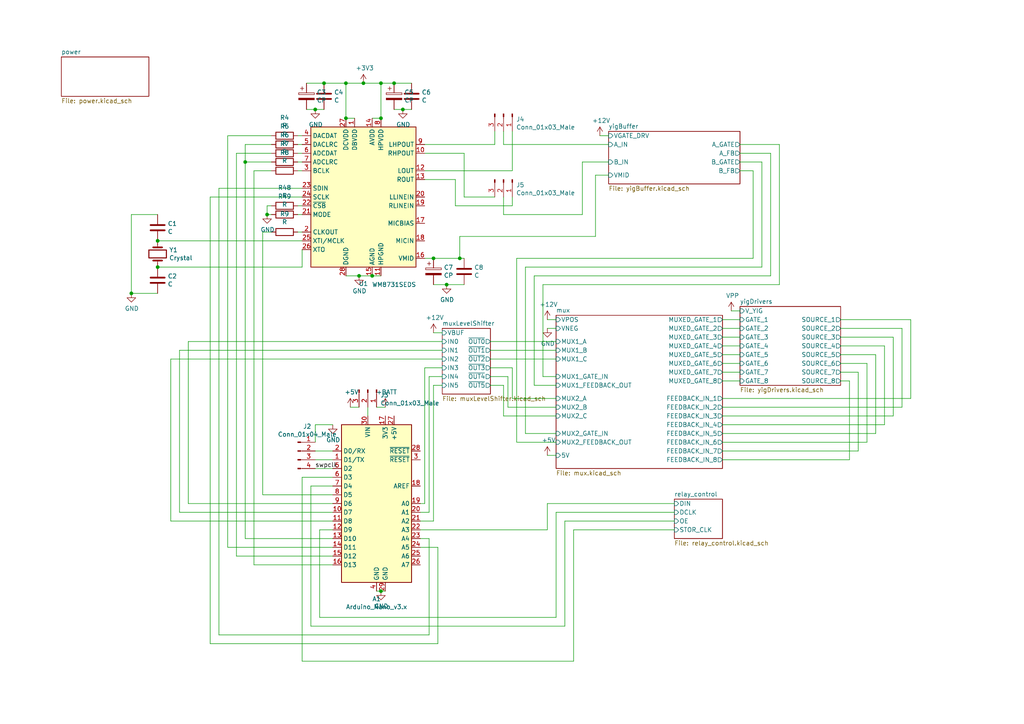
<source format=kicad_sch>
(kicad_sch (version 20230121) (generator eeschema)
  (paper "A4")
  (lib_symbols
    (symbol "Audio:WM8731SEDS"
      (property "Reference" "U" (at -13.97 21.59 0))
      (property "Value" "WM8731SEDS" (at 0 5.08 0))
      (symbol "WM8731SEDS_0_1"
        (rectangle (start -15.24 20.32) (end 15.24 -20.32) (stroke (width 0.254)) (fill (type background)))
      )
      (symbol "WM8731SEDS_1_1"
        (pin power_in line (at -2.54 22.86 270) (length 2.54) (name "DBVDD") (number "1"))
        (pin output line (at 17.78 12.7 180) (length 2.54) (name "RHPOUT") (number "10"))
        (pin power_in line (at 5.08 -22.86 90) (length 2.54) (name "HPGND") (number "11"))
        (pin output line (at 17.78 7.62 180) (length 2.54) (name "LOUT") (number "12"))
        (pin output line (at 17.78 5.08 180) (length 2.54) (name "ROUT") (number "13"))
        (pin power_in line (at 2.54 22.86 270) (length 2.54) (name "AVDD") (number "14"))
        (pin power_in line (at 2.54 -22.86 90) (length 2.54) (name "AGND") (number "15"))
        (pin passive line (at 17.78 -17.78 180) (length 2.54) (name "VMID") (number "16"))
        (pin output line (at 17.78 -7.62 180) (length 2.54) (name "MICBIAS") (number "17"))
        (pin input line (at 17.78 -12.7 180) (length 2.54) (name "MICIN") (number "18"))
        (pin input line (at 17.78 -2.54 180) (length 2.54) (name "RLINEIN") (number "19"))
        (pin output line (at -17.78 -10.16 0) (length 2.54) (name "CLKOUT") (number "2"))
        (pin input line (at 17.78 0 180) (length 2.54) (name "LLINEIN") (number "20"))
        (pin input line (at -17.78 -5.08 0) (length 2.54) (name "MODE") (number "21"))
        (pin input line (at -17.78 -2.54 0) (length 2.54) (name "~{CSB}") (number "22"))
        (pin bidirectional line (at -17.78 2.54 0) (length 2.54) (name "SDIN") (number "23"))
        (pin input line (at -17.78 0 0) (length 2.54) (name "SCLK") (number "24"))
        (pin input line (at -17.78 -12.7 0) (length 2.54) (name "XTI/MCLK") (number "25"))
        (pin output line (at -17.78 -15.24 0) (length 2.54) (name "XTO") (number "26"))
        (pin power_in line (at -5.08 22.86 270) (length 2.54) (name "DCVDD") (number "27"))
        (pin power_in line (at -5.08 -22.86 90) (length 2.54) (name "DGND") (number "28"))
        (pin bidirectional line (at -17.78 7.62 0) (length 2.54) (name "BCLK") (number "3"))
        (pin input line (at -17.78 17.78 0) (length 2.54) (name "DACDAT") (number "4"))
        (pin bidirectional line (at -17.78 15.24 0) (length 2.54) (name "DACLRC") (number "5"))
        (pin output line (at -17.78 12.7 0) (length 2.54) (name "ADCDAT") (number "6"))
        (pin bidirectional line (at -17.78 10.16 0) (length 2.54) (name "ADCLRC") (number "7"))
        (pin power_in line (at 5.08 22.86 270) (length 2.54) (name "HPVDD") (number "8"))
        (pin output line (at 17.78 15.24 180) (length 2.54) (name "LHPOUT") (number "9"))
      )
    )
    (symbol "Device:C" (pin_numbers hide) (pin_names (offset 0.254))
      (property "Reference" "C" (at 0.635 2.54 0))
      (property "Value" "C" (at 0.635 -2.54 0))
      (symbol "C_0_1"
        (polyline (pts (xy -2.032 -0.762) (xy 2.032 -0.762)) (stroke (width 0.508)))
        (polyline (pts (xy -2.032 0.762) (xy 2.032 0.762)) (stroke (width 0.508)))
      )
      (symbol "C_1_1"
        (pin passive line (at 0 3.81 270) (length 2.794) (name "~") (number "1"))
        (pin passive line (at 0 -3.81 90) (length 2.794) (name "~") (number "2"))
      )
    )
    (symbol "Device:Crystal" (pin_numbers hide) (pin_names (offset 1.016) hide)
      (property "Reference" "Y" (at 0 3.81 0))
      (property "Value" "Crystal" (at 0 -3.81 0))
      (symbol "Crystal_0_1"
        (rectangle (start -1.143 2.54) (end 1.143 -2.54) (stroke (width 0.3048)))
        (polyline (pts (xy -2.54 0) (xy -1.905 0)))
        (polyline (pts (xy -1.905 -1.27) (xy -1.905 1.27)) (stroke (width 0.508)))
        (polyline (pts (xy 1.905 -1.27) (xy 1.905 1.27)) (stroke (width 0.508)))
        (polyline (pts (xy 2.54 0) (xy 1.905 0)))
      )
      (symbol "Crystal_1_1"
        (pin passive line (at -3.81 0 0) (length 1.27) (name "1") (number "1"))
        (pin passive line (at 3.81 0 180) (length 1.27) (name "2") (number "2"))
      )
    )
    (symbol "Device:R" (pin_numbers hide) (pin_names (offset 0))
      (property "Reference" "R" (at 2.032 0 90))
      (property "Value" "R" (at 0 0 90))
      (symbol "R_0_1"
        (rectangle (start -1.016 -2.54) (end 1.016 2.54) (stroke (width 0.254)))
      )
      (symbol "R_1_1"
        (pin passive line (at 0 3.81 270) (length 1.27) (name "~") (number "1"))
        (pin passive line (at 0 -3.81 90) (length 1.27) (name "~") (number "2"))
      )
    )
    (symbol "MCU_Module:Arduino_Nano_v3.x"
      (property "Reference" "A" (at -10.16 23.495 0))
      (property "Value" "Arduino_Nano_v3.x" (at 5.08 -24.13 0))
      (symbol "Arduino_Nano_v3.x_0_1"
        (rectangle (start -10.16 22.86) (end 10.16 -22.86) (stroke (width 0.254)) (fill (type background)))
      )
      (symbol "Arduino_Nano_v3.x_1_1"
        (pin bidirectional line (at -12.7 12.7 0) (length 2.54) (name "D1/TX") (number "1"))
        (pin bidirectional line (at -12.7 -2.54 0) (length 2.54) (name "D7") (number "10"))
        (pin bidirectional line (at -12.7 -5.08 0) (length 2.54) (name "D8") (number "11"))
        (pin bidirectional line (at -12.7 -7.62 0) (length 2.54) (name "D9") (number "12"))
        (pin bidirectional line (at -12.7 -10.16 0) (length 2.54) (name "D10") (number "13"))
        (pin bidirectional line (at -12.7 -12.7 0) (length 2.54) (name "D11") (number "14"))
        (pin bidirectional line (at -12.7 -15.24 0) (length 2.54) (name "D12") (number "15"))
        (pin bidirectional line (at -12.7 -17.78 0) (length 2.54) (name "D13") (number "16"))
        (pin power_out line (at 2.54 25.4 270) (length 2.54) (name "3V3") (number "17"))
        (pin input line (at 12.7 5.08 180) (length 2.54) (name "AREF") (number "18"))
        (pin bidirectional line (at 12.7 0 180) (length 2.54) (name "A0") (number "19"))
        (pin bidirectional line (at -12.7 15.24 0) (length 2.54) (name "D0/RX") (number "2"))
        (pin bidirectional line (at 12.7 -2.54 180) (length 2.54) (name "A1") (number "20"))
        (pin bidirectional line (at 12.7 -5.08 180) (length 2.54) (name "A2") (number "21"))
        (pin bidirectional line (at 12.7 -7.62 180) (length 2.54) (name "A3") (number "22"))
        (pin bidirectional line (at 12.7 -10.16 180) (length 2.54) (name "A4") (number "23"))
        (pin bidirectional line (at 12.7 -12.7 180) (length 2.54) (name "A5") (number "24"))
        (pin bidirectional line (at 12.7 -15.24 180) (length 2.54) (name "A6") (number "25"))
        (pin bidirectional line (at 12.7 -17.78 180) (length 2.54) (name "A7") (number "26"))
        (pin power_out line (at 5.08 25.4 270) (length 2.54) (name "+5V") (number "27"))
        (pin input line (at 12.7 15.24 180) (length 2.54) (name "~{RESET}") (number "28"))
        (pin power_in line (at 2.54 -25.4 90) (length 2.54) (name "GND") (number "29"))
        (pin input line (at 12.7 12.7 180) (length 2.54) (name "~{RESET}") (number "3"))
        (pin power_in line (at -2.54 25.4 270) (length 2.54) (name "VIN") (number "30"))
        (pin power_in line (at 0 -25.4 90) (length 2.54) (name "GND") (number "4"))
        (pin bidirectional line (at -12.7 10.16 0) (length 2.54) (name "D2") (number "5"))
        (pin bidirectional line (at -12.7 7.62 0) (length 2.54) (name "D3") (number "6"))
        (pin bidirectional line (at -12.7 5.08 0) (length 2.54) (name "D4") (number "7"))
        (pin bidirectional line (at -12.7 2.54 0) (length 2.54) (name "D5") (number "8"))
        (pin bidirectional line (at -12.7 0 0) (length 2.54) (name "D6") (number "9"))
      )
    )
    (symbol "power:+12V" (power) (pin_names (offset 0))
      (property "Value" "+12V" (at 0 3.556 0))
      (symbol "+12V_0_1"
        (polyline (pts (xy -0.762 1.27) (xy 0 2.54)))
        (polyline (pts (xy 0 0) (xy 0 2.54)))
        (polyline (pts (xy 0 2.54) (xy 0.762 1.27)))
      )
      (symbol "+12V_1_1"
        (pin power_in line (at 0 0 90) (length 0) hide (name "+12V") (number "1"))
      )
    )
    (symbol "power:+5V" (power) (pin_names (offset 0))
      (property "Value" "+5V" (at 0 3.556 0))
      (symbol "+5V_0_1"
        (polyline (pts (xy -0.762 1.27) (xy 0 2.54)))
        (polyline (pts (xy 0 0) (xy 0 2.54)))
        (polyline (pts (xy 0 2.54) (xy 0.762 1.27)))
      )
      (symbol "+5V_1_1"
        (pin power_in line (at 0 0 90) (length 0) hide (name "+5V") (number "1"))
      )
    )
    (symbol "power:+BATT" (power) (pin_names (offset 0))
      (property "Value" "+BATT" (at 0 3.556 0))
      (symbol "+BATT_0_1"
        (polyline (pts (xy -0.762 1.27) (xy 0 2.54)))
        (polyline (pts (xy 0 0) (xy 0 2.54)))
        (polyline (pts (xy 0 2.54) (xy 0.762 1.27)))
      )
      (symbol "+BATT_1_1"
        (pin power_in line (at 0 0 90) (length 0) hide (name "+BATT") (number "1"))
      )
    )
    (symbol "power:GND" (power) (pin_names (offset 0))
      (property "Value" "GND" (at 0 -3.81 0))
      (symbol "GND_0_1"
        (polyline (pts (xy 0 0) (xy 0 -1.27) (xy 1.27 -1.27) (xy 0 -2.54) (xy -1.27 -1.27) (xy 0 -1.27)))
      )
      (symbol "GND_1_1"
        (pin power_in line (at 0 0 270) (length 0) hide (name "GND") (number "1"))
      )
    )
    (symbol "power:VPP" (power) (pin_names (offset 0))
      (property "Value" "VPP" (at 0 3.81 0))
      (symbol "VPP_0_1"
        (polyline (pts (xy -0.762 1.27) (xy 0 2.54)))
        (polyline (pts (xy 0 0) (xy 0 2.54)))
        (polyline (pts (xy 0 2.54) (xy 0.762 1.27)))
      )
      (symbol "VPP_1_1"
        (pin power_in line (at 0 0 90) (length 0) hide (name "VPP") (number "1"))
      )
    )
    (symbol "yigController-rescue:+3.3V-power" (power) (pin_names (offset 0))
      (property "Value" "+3.3V-power" (at 0 3.556 0))
      (symbol "+3.3V-power_0_1"
        (polyline (pts (xy -0.762 1.27) (xy 0 2.54)))
        (polyline (pts (xy 0 0) (xy 0 2.54)))
        (polyline (pts (xy 0 2.54) (xy 0.762 1.27)))
      )
      (symbol "+3.3V-power_1_1"
        (pin power_in line (at 0 0 90) (length 0) hide (name "+3V3") (number "1"))
      )
    )
    (symbol "yigController-rescue:CP-Device" (pin_numbers hide) (pin_names (offset 0.254))
      (property "Reference" "C" (at 0.635 2.54 0))
      (property "Value" "Device_CP" (at 0.635 -2.54 0))
      (symbol "CP-Device_0_1"
        (rectangle (start -2.286 0.508) (end 2.286 1.016))
        (polyline (pts (xy -1.778 2.286) (xy -0.762 2.286)))
        (polyline (pts (xy -1.27 2.794) (xy -1.27 1.778)))
        (rectangle (start 2.286 -0.508) (end -2.286 -1.016) (fill (type outline)))
      )
      (symbol "CP-Device_1_1"
        (pin passive line (at 0 3.81 270) (length 2.794) (name "~") (number "1"))
        (pin passive line (at 0 -3.81 90) (length 2.794) (name "~") (number "2"))
      )
    )
    (symbol "yigController-rescue:Conn_01x03_Male-Connector" (pin_names (offset 1.016) hide)
      (property "Reference" "J" (at 0 5.08 0))
      (property "Value" "Connector_Conn_01x03_Male" (at 0 -5.08 0))
      (symbol "Conn_01x03_Male-Connector_1_1"
        (polyline (pts (xy 1.27 -2.54) (xy 0.8636 -2.54)) (stroke (width 0.1524)))
        (polyline (pts (xy 1.27 0) (xy 0.8636 0)) (stroke (width 0.1524)))
        (polyline (pts (xy 1.27 2.54) (xy 0.8636 2.54)) (stroke (width 0.1524)))
        (rectangle (start 0.8636 -2.413) (end 0 -2.667) (stroke (width 0.1524)) (fill (type outline)))
        (rectangle (start 0.8636 0.127) (end 0 -0.127) (stroke (width 0.1524)) (fill (type outline)))
        (rectangle (start 0.8636 2.667) (end 0 2.413) (stroke (width 0.1524)) (fill (type outline)))
        (pin passive line (at 5.08 2.54 180) (length 3.81) (name "Pin_1") (number "1"))
        (pin passive line (at 5.08 0 180) (length 3.81) (name "Pin_2") (number "2"))
        (pin passive line (at 5.08 -2.54 180) (length 3.81) (name "Pin_3") (number "3"))
      )
    )
    (symbol "yigController-rescue:Conn_01x04_Male-Connector" (pin_names (offset 1.016) hide)
      (property "Reference" "J" (at 0 5.08 0))
      (property "Value" "Connector_Conn_01x04_Male" (at 0 -7.62 0))
      (symbol "Conn_01x04_Male-Connector_1_1"
        (polyline (pts (xy 1.27 -5.08) (xy 0.8636 -5.08)) (stroke (width 0.1524)))
        (polyline (pts (xy 1.27 -2.54) (xy 0.8636 -2.54)) (stroke (width 0.1524)))
        (polyline (pts (xy 1.27 0) (xy 0.8636 0)) (stroke (width 0.1524)))
        (polyline (pts (xy 1.27 2.54) (xy 0.8636 2.54)) (stroke (width 0.1524)))
        (rectangle (start 0.8636 -4.953) (end 0 -5.207) (stroke (width 0.1524)) (fill (type outline)))
        (rectangle (start 0.8636 -2.413) (end 0 -2.667) (stroke (width 0.1524)) (fill (type outline)))
        (rectangle (start 0.8636 0.127) (end 0 -0.127) (stroke (width 0.1524)) (fill (type outline)))
        (rectangle (start 0.8636 2.667) (end 0 2.413) (stroke (width 0.1524)) (fill (type outline)))
        (pin passive line (at 5.08 2.54 180) (length 3.81) (name "Pin_1") (number "1"))
        (pin passive line (at 5.08 0 180) (length 3.81) (name "Pin_2") (number "2"))
        (pin passive line (at 5.08 -2.54 180) (length 3.81) (name "Pin_3") (number "3"))
        (pin passive line (at 5.08 -5.08 180) (length 3.81) (name "Pin_4") (number "4"))
      )
    )
  )
  (junction (at 125.73 74.93))
  (junction (at 107.95 80.01))
  (junction (at 105.41 24.13))
  (junction (at 133.35 74.93))
  (junction (at 110.49 34.29))
  (junction (at 45.72 77.47))
  (junction (at 116.84 31.75))
  (junction (at 91.44 31.75))
  (junction (at 129.54 82.55))
  (junction (at 110.49 171.45))
  (junction (at 45.72 69.85))
  (junction (at 104.14 80.01))
  (junction (at 93.98 24.13))
  (junction (at 114.3 24.13))
  (junction (at 110.49 24.13))
  (junction (at 71.12 46.99))
  (junction (at 38.1 85.09))
  (junction (at 100.33 34.29))
  (junction (at 100.33 24.13))
  (junction (at 77.47 62.23))
  (wire (pts (xy 90.17 140.97) (xy 90.17 181.61)))
  (wire (pts (xy 121.92 146.05) (xy 123.19 146.05)))
  (wire (pts (xy 148.59 57.15) (xy 148.59 59.69)))
  (wire (pts (xy 114.3 24.13) (xy 110.49 24.13)))
  (wire (pts (xy 121.92 148.59) (xy 124.46 148.59)))
  (wire (pts (xy 149.86 74.93) (xy 149.86 128.27)))
  (wire (pts (xy 148.59 115.57) (xy 148.59 106.68)))
  (wire (pts (xy 124.46 156.21) (xy 124.46 184.15)))
  (wire (pts (xy 152.4 77.47) (xy 220.98 77.47)))
  (wire (pts (xy 214.63 90.17) (xy 212.09 90.17)))
  (wire (pts (xy 158.75 132.08) (xy 161.29 132.08)))
  (wire (pts (xy 100.33 24.13) (xy 100.33 34.29)))
  (wire (pts (xy 161.29 148.59) (xy 195.58 148.59)))
  (wire (pts (xy 87.63 62.23) (xy 86.36 62.23)))
  (wire (pts (xy 45.72 69.85) (xy 87.63 69.85)))
  (wire (pts (xy 209.55 107.95) (xy 214.63 107.95)))
  (wire (pts (xy 166.37 191.77) (xy 166.37 153.67)))
  (wire (pts (xy 166.37 153.67) (xy 195.58 153.67)))
  (wire (pts (xy 161.29 92.71) (xy 158.75 92.71)))
  (wire (pts (xy 91.44 128.27) (xy 91.44 123.19)))
  (wire (pts (xy 107.95 34.29) (xy 110.49 34.29)))
  (wire (pts (xy 134.62 57.15) (xy 134.62 44.45)))
  (wire (pts (xy 87.63 59.69) (xy 86.36 59.69)))
  (wire (pts (xy 209.55 115.57) (xy 264.16 115.57)))
  (wire (pts (xy 121.92 156.21) (xy 124.46 156.21)))
  (wire (pts (xy 209.55 128.27) (xy 251.46 128.27)))
  (wire (pts (xy 78.74 44.45) (xy 68.58 44.45)))
  (wire (pts (xy 78.74 49.53) (xy 73.66 49.53)))
  (wire (pts (xy 147.32 118.11) (xy 161.29 118.11)))
  (wire (pts (xy 106.68 118.11) (xy 106.68 120.65)))
  (wire (pts (xy 124.46 148.59) (xy 124.46 109.22)))
  (wire (pts (xy 172.72 68.58) (xy 133.35 68.58)))
  (wire (pts (xy 134.62 74.93) (xy 133.35 74.93)))
  (wire (pts (xy 91.44 31.75) (xy 88.9 31.75)))
  (wire (pts (xy 78.74 62.23) (xy 77.47 62.23)))
  (wire (pts (xy 168.91 46.99) (xy 176.53 46.99)))
  (wire (pts (xy 161.29 120.65) (xy 146.05 120.65)))
  (wire (pts (xy 214.63 41.91) (xy 226.06 41.91)))
  (wire (pts (xy 259.08 120.65) (xy 259.08 97.79)))
  (wire (pts (xy 142.24 109.22) (xy 147.32 109.22)))
  (wire (pts (xy 157.48 109.22) (xy 161.29 109.22)))
  (wire (pts (xy 87.63 49.53) (xy 86.36 49.53)))
  (wire (pts (xy 218.44 49.53) (xy 214.63 49.53)))
  (wire (pts (xy 87.63 57.15) (xy 60.96 57.15)))
  (wire (pts (xy 146.05 62.23) (xy 168.91 62.23)))
  (wire (pts (xy 87.63 44.45) (xy 86.36 44.45)))
  (wire (pts (xy 148.59 38.1) (xy 148.59 49.53)))
  (wire (pts (xy 45.72 62.23) (xy 38.1 62.23)))
  (wire (pts (xy 88.9 24.13) (xy 93.98 24.13)))
  (wire (pts (xy 158.75 146.05) (xy 195.58 146.05)))
  (wire (pts (xy 214.63 44.45) (xy 223.52 44.45)))
  (wire (pts (xy 220.98 46.99) (xy 220.98 77.47)))
  (wire (pts (xy 261.62 95.25) (xy 243.84 95.25)))
  (wire (pts (xy 123.19 106.68) (xy 128.27 106.68)))
  (wire (pts (xy 105.41 24.13) (xy 100.33 24.13)))
  (wire (pts (xy 261.62 118.11) (xy 261.62 95.25)))
  (wire (pts (xy 38.1 62.23) (xy 38.1 85.09)))
  (wire (pts (xy 218.44 74.93) (xy 218.44 49.53)))
  (wire (pts (xy 133.35 74.93) (xy 125.73 74.93)))
  (wire (pts (xy 110.49 24.13) (xy 110.49 34.29)))
  (wire (pts (xy 209.55 120.65) (xy 259.08 120.65)))
  (wire (pts (xy 100.33 24.13) (xy 93.98 24.13)))
  (wire (pts (xy 92.71 179.07) (xy 161.29 179.07)))
  (wire (pts (xy 142.24 99.06) (xy 161.29 99.06)))
  (wire (pts (xy 246.38 133.35) (xy 209.55 133.35)))
  (wire (pts (xy 226.06 82.55) (xy 157.48 82.55)))
  (wire (pts (xy 264.16 115.57) (xy 264.16 92.71)))
  (wire (pts (xy 161.29 115.57) (xy 148.59 115.57)))
  (wire (pts (xy 63.5 184.15) (xy 63.5 54.61)))
  (wire (pts (xy 96.52 140.97) (xy 90.17 140.97)))
  (wire (pts (xy 246.38 110.49) (xy 246.38 133.35)))
  (wire (pts (xy 146.05 41.91) (xy 176.53 41.91)))
  (wire (pts (xy 121.92 153.67) (xy 158.75 153.67)))
  (wire (pts (xy 149.86 128.27) (xy 161.29 128.27)))
  (wire (pts (xy 71.12 156.21) (xy 96.52 156.21)))
  (wire (pts (xy 124.46 184.15) (xy 63.5 184.15)))
  (wire (pts (xy 214.63 46.99) (xy 220.98 46.99)))
  (wire (pts (xy 147.32 109.22) (xy 147.32 118.11)))
  (wire (pts (xy 54.61 146.05) (xy 54.61 99.06)))
  (wire (pts (xy 52.07 148.59) (xy 52.07 101.6)))
  (wire (pts (xy 87.63 46.99) (xy 86.36 46.99)))
  (wire (pts (xy 71.12 46.99) (xy 71.12 156.21)))
  (wire (pts (xy 78.74 39.37) (xy 66.04 39.37)))
  (wire (pts (xy 125.73 151.13) (xy 125.73 111.76)))
  (wire (pts (xy 243.84 110.49) (xy 246.38 110.49)))
  (wire (pts (xy 76.2 143.51) (xy 96.52 143.51)))
  (wire (pts (xy 60.96 57.15) (xy 60.96 186.69)))
  (wire (pts (xy 87.63 67.31) (xy 86.36 67.31)))
  (wire (pts (xy 134.62 44.45) (xy 123.19 44.45)))
  (wire (pts (xy 109.22 171.45) (xy 110.49 171.45)))
  (wire (pts (xy 143.51 41.91) (xy 123.19 41.91)))
  (wire (pts (xy 161.29 179.07) (xy 161.29 148.59)))
  (wire (pts (xy 133.35 68.58) (xy 133.35 74.93)))
  (wire (pts (xy 143.51 38.1) (xy 143.51 41.91)))
  (wire (pts (xy 49.53 151.13) (xy 49.53 104.14)))
  (wire (pts (xy 96.52 133.35) (xy 91.44 133.35)))
  (wire (pts (xy 77.47 62.23) (xy 77.47 59.69)))
  (wire (pts (xy 104.14 118.11) (xy 101.6 118.11)))
  (wire (pts (xy 148.59 49.53) (xy 123.19 49.53)))
  (wire (pts (xy 125.73 74.93) (xy 123.19 74.93)))
  (wire (pts (xy 38.1 85.09) (xy 45.72 85.09)))
  (wire (pts (xy 209.55 123.19) (xy 256.54 123.19)))
  (wire (pts (xy 71.12 41.91) (xy 71.12 46.99)))
  (wire (pts (xy 154.94 111.76) (xy 161.29 111.76)))
  (wire (pts (xy 109.22 118.11) (xy 111.76 118.11)))
  (wire (pts (xy 127 186.69) (xy 127 158.75)))
  (wire (pts (xy 146.05 111.76) (xy 142.24 111.76)))
  (wire (pts (xy 176.53 50.8) (xy 172.72 50.8)))
  (wire (pts (xy 63.5 54.61) (xy 87.63 54.61)))
  (wire (pts (xy 256.54 100.33) (xy 243.84 100.33)))
  (wire (pts (xy 96.52 151.13) (xy 49.53 151.13)))
  (wire (pts (xy 209.55 125.73) (xy 254 125.73)))
  (wire (pts (xy 209.55 100.33) (xy 214.63 100.33)))
  (wire (pts (xy 256.54 123.19) (xy 256.54 100.33)))
  (wire (pts (xy 163.83 151.13) (xy 195.58 151.13)))
  (wire (pts (xy 76.2 67.31) (xy 76.2 143.51)))
  (wire (pts (xy 121.92 151.13) (xy 125.73 151.13)))
  (wire (pts (xy 142.24 101.6) (xy 161.29 101.6)))
  (wire (pts (xy 66.04 158.75) (xy 96.52 158.75)))
  (wire (pts (xy 49.53 104.14) (xy 128.27 104.14)))
  (wire (pts (xy 248.92 107.95) (xy 243.84 107.95)))
  (wire (pts (xy 132.08 59.69) (xy 132.08 52.07)))
  (wire (pts (xy 154.94 80.01) (xy 154.94 111.76)))
  (wire (pts (xy 45.72 77.47) (xy 87.63 77.47)))
  (wire (pts (xy 157.48 82.55) (xy 157.48 109.22)))
  (wire (pts (xy 125.73 82.55) (xy 129.54 82.55)))
  (wire (pts (xy 146.05 57.15) (xy 146.05 62.23)))
  (wire (pts (xy 71.12 46.99) (xy 78.74 46.99)))
  (wire (pts (xy 209.55 105.41) (xy 214.63 105.41)))
  (wire (pts (xy 87.63 138.43) (xy 87.63 191.77)))
  (wire (pts (xy 96.52 146.05) (xy 54.61 146.05)))
  (wire (pts (xy 91.44 123.19) (xy 96.52 123.19)))
  (wire (pts (xy 146.05 120.65) (xy 146.05 111.76)))
  (wire (pts (xy 96.52 138.43) (xy 87.63 138.43)))
  (wire (pts (xy 93.98 31.75) (xy 91.44 31.75)))
  (wire (pts (xy 68.58 161.29) (xy 96.52 161.29)))
  (wire (pts (xy 87.63 191.77) (xy 166.37 191.77)))
  (wire (pts (xy 125.73 111.76) (xy 128.27 111.76)))
  (wire (pts (xy 143.51 57.15) (xy 134.62 57.15)))
  (wire (pts (xy 254 102.87) (xy 243.84 102.87)))
  (wire (pts (xy 209.55 118.11) (xy 261.62 118.11)))
  (wire (pts (xy 251.46 128.27) (xy 251.46 105.41)))
  (wire (pts (xy 68.58 44.45) (xy 68.58 161.29)))
  (wire (pts (xy 123.19 146.05) (xy 123.19 106.68)))
  (wire (pts (xy 96.52 130.81) (xy 91.44 130.81)))
  (wire (pts (xy 172.72 50.8) (xy 172.72 68.58)))
  (wire (pts (xy 73.66 49.53) (xy 73.66 163.83)))
  (wire (pts (xy 176.53 39.37) (xy 173.99 39.37)))
  (wire (pts (xy 254 125.73) (xy 254 102.87)))
  (wire (pts (xy 132.08 52.07) (xy 123.19 52.07)))
  (wire (pts (xy 146.05 38.1) (xy 146.05 41.91)))
  (wire (pts (xy 87.63 39.37) (xy 86.36 39.37)))
  (wire (pts (xy 209.55 92.71) (xy 214.63 92.71)))
  (wire (pts (xy 104.14 80.01) (xy 107.95 80.01)))
  (wire (pts (xy 149.86 74.93) (xy 218.44 74.93)))
  (wire (pts (xy 226.06 41.91) (xy 226.06 82.55)))
  (wire (pts (xy 223.52 44.45) (xy 223.52 80.01)))
  (wire (pts (xy 96.52 153.67) (xy 92.71 153.67)))
  (wire (pts (xy 110.49 24.13) (xy 105.41 24.13)))
  (wire (pts (xy 209.55 97.79) (xy 214.63 97.79)))
  (wire (pts (xy 158.75 153.67) (xy 158.75 146.05)))
  (wire (pts (xy 214.63 110.49) (xy 209.55 110.49)))
  (wire (pts (xy 248.92 130.81) (xy 248.92 107.95)))
  (wire (pts (xy 209.55 130.81) (xy 248.92 130.81)))
  (wire (pts (xy 54.61 99.06) (xy 128.27 99.06)))
  (wire (pts (xy 127 158.75) (xy 121.92 158.75)))
  (wire (pts (xy 209.55 102.87) (xy 214.63 102.87)))
  (wire (pts (xy 259.08 97.79) (xy 243.84 97.79)))
  (wire (pts (xy 129.54 82.55) (xy 134.62 82.55)))
  (wire (pts (xy 116.84 31.75) (xy 119.38 31.75)))
  (wire (pts (xy 114.3 24.13) (xy 119.38 24.13)))
  (wire (pts (xy 87.63 72.39) (xy 87.63 77.47)))
  (wire (pts (xy 87.63 41.91) (xy 86.36 41.91)))
  (wire (pts (xy 110.49 171.45) (xy 111.76 171.45)))
  (wire (pts (xy 107.95 80.01) (xy 110.49 80.01)))
  (wire (pts (xy 114.3 31.75) (xy 116.84 31.75)))
  (wire (pts (xy 209.55 95.25) (xy 214.63 95.25)))
  (wire (pts (xy 168.91 62.23) (xy 168.91 46.99)))
  (wire (pts (xy 161.29 95.25) (xy 158.75 95.25)))
  (wire (pts (xy 52.07 101.6) (xy 128.27 101.6)))
  (wire (pts (xy 124.46 109.22) (xy 128.27 109.22)))
  (wire (pts (xy 148.59 59.69) (xy 132.08 59.69)))
  (wire (pts (xy 78.74 41.91) (xy 71.12 41.91)))
  (wire (pts (xy 154.94 80.01) (xy 223.52 80.01)))
  (wire (pts (xy 96.52 148.59) (xy 52.07 148.59)))
  (wire (pts (xy 78.74 67.31) (xy 76.2 67.31)))
  (wire (pts (xy 264.16 92.71) (xy 243.84 92.71)))
  (wire (pts (xy 100.33 80.01) (xy 104.14 80.01)))
  (wire (pts (xy 90.17 181.61) (xy 163.83 181.61)))
  (wire (pts (xy 152.4 77.47) (xy 152.4 125.73)))
  (wire (pts (xy 163.83 181.61) (xy 163.83 151.13)))
  (wire (pts (xy 60.96 186.69) (xy 127 186.69)))
  (wire (pts (xy 128.27 96.52) (xy 125.73 96.52)))
  (wire (pts (xy 148.59 106.68) (xy 142.24 106.68)))
  (wire (pts (xy 92.71 153.67) (xy 92.71 179.07)))
  (wire (pts (xy 66.04 39.37) (xy 66.04 158.75)))
  (wire (pts (xy 152.4 125.73) (xy 161.29 125.73)))
  (wire (pts (xy 77.47 59.69) (xy 78.74 59.69)))
  (wire (pts (xy 142.24 104.14) (xy 161.29 104.14)))
  (wire (pts (xy 73.66 163.83) (xy 96.52 163.83)))
  (wire (pts (xy 100.33 34.29) (xy 102.87 34.29)))
  (wire (pts (xy 251.46 105.41) (xy 243.84 105.41)))
  (wire (pts (xy 96.52 135.89) (xy 91.44 135.89)))
  (label "swpclk" (at 91.44 135.89 0))
  (symbol (lib_id "Audio:WM8731SEDS") (at 105.41 57.15 0) (unit 1)
    (property "Reference" "U1" (at 105.41 82.2706 0))
    (property "Value" "WM8731SEDS" (at 114.3 82.55 0))
    (property "Footprint" "Package_SO:SSOP-28_5.3x10.2mm_P0.65mm" (effects hide))
    (property "Datasheet" "https://statics.cirrus.com/pubs/proDatasheet/WM8731_v4.9.pdf" (effects hide))
  )
  (symbol (lib_id "MCU_Module:Arduino_Nano_v3.x") (at 109.22 146.05 0) (unit 1)
    (property "Reference" "A1" (at 109.22 173.7106 0))
    (property "Value" "Arduino_Nano_v3.x" (at 109.22 176.022 0))
    (property "Footprint" "Module:Arduino_Nano" (effects hide))
    (property "Datasheet" "http://www.mouser.com/pdfdocs/Gravitech_Arduino_Nano3_0.pdf" (effects hide))
  )
  (symbol (lib_id "Device:R") (at 82.55 39.37 270) (unit 1)
    (property "Reference" "R4" (at 82.55 34.1122 90))
    (property "Value" "R" (at 82.55 36.4236 90))
    (property "Footprint" "Resistor_SMD:R_1206_3216Metric" (effects hide))
  )
  (symbol (lib_id "Device:R") (at 82.55 41.91 270) (unit 1)
    (property "Reference" "R5" (at 82.55 36.6522 90))
    (property "Value" "R" (at 82.55 38.9636 90))
    (property "Footprint" "Resistor_SMD:R_1206_3216Metric" (effects hide))
  )
  (symbol (lib_id "Device:R") (at 82.55 44.45 270) (unit 1)
    (property "Reference" "R6" (at 82.55 39.1922 90))
    (property "Value" "R" (at 82.55 41.5036 90))
    (property "Footprint" "Resistor_SMD:R_1206_3216Metric" (effects hide))
  )
  (symbol (lib_id "Device:R") (at 82.55 46.99 270) (unit 1)
    (property "Reference" "R7" (at 82.55 41.7322 90))
    (property "Value" "R" (at 82.55 44.0436 90))
    (property "Footprint" "Resistor_SMD:R_1206_3216Metric" (effects hide))
  )
  (symbol (lib_id "Device:R") (at 82.55 49.53 270) (unit 1)
    (property "Reference" "R8" (at 82.55 44.2722 90))
    (property "Value" "R" (at 82.55 46.5836 90))
    (property "Footprint" "Resistor_SMD:R_1206_3216Metric" (effects hide))
  )
  (symbol (lib_id "Device:R") (at 82.55 67.31 270) (unit 1)
    (property "Reference" "R9" (at 82.55 62.0522 90))
    (property "Value" "R" (at 82.55 64.3636 90))
    (property "Footprint" "Resistor_SMD:R_1206_3216Metric" (effects hide))
  )
  (symbol (lib_id "power:GND") (at 110.49 171.45 0) (unit 1)
    (property "Reference" "#PWR0105" (effects hide))
    (property "Value" "GND" (at 110.617 175.8442 0))
  )
  (symbol (lib_id "power:GND") (at 104.14 80.01 0) (unit 1)
    (property "Reference" "#PWR0106" (effects hide))
    (property "Value" "GND" (at 104.267 84.4042 0))
  )
  (symbol (lib_id "yigController-rescue:CP-Device") (at 125.73 78.74 0) (unit 1)
    (property "Reference" "C7" (at 128.7272 77.5716 0) (effects (justify left)))
    (property "Value" "CP" (at 128.7272 79.883 0) (effects (justify left)))
    (property "Footprint" "Capacitor_SMD:C_1206_3216Metric" (effects hide))
  )
  (symbol (lib_id "Device:C") (at 134.62 78.74 0) (unit 1)
    (property "Reference" "C8" (at 137.541 77.5716 0) (effects (justify left)))
    (property "Value" "C" (at 137.541 79.883 0) (effects (justify left)))
    (property "Footprint" "Capacitor_SMD:C_1206_3216Metric" (effects hide))
  )
  (symbol (lib_id "power:GND") (at 129.54 82.55 0) (unit 1)
    (property "Reference" "#PWR0107" (effects hide))
    (property "Value" "GND" (at 129.667 86.9442 0))
  )
  (symbol (lib_id "yigController-rescue:Conn_01x03_Male-Connector") (at 106.68 113.03 270) (unit 1)
    (property "Reference" "J3" (at 110.3376 114.6048 90) (effects (justify left)))
    (property "Value" "Conn_01x03_Male" (at 110.3376 116.9162 90) (effects (justify left)))
    (property "Footprint" "Connector_PinHeader_2.54mm:PinHeader_1x03_P2.54mm_Vertical" (effects hide))
  )
  (symbol (lib_id "power:+5V") (at 101.6 118.11 0) (unit 1)
    (property "Reference" "#PWR0108" (effects hide))
    (property "Value" "+5V" (at 101.981 113.7158 0))
  )
  (symbol (lib_id "power:+BATT") (at 111.76 118.11 0) (unit 1)
    (property "Reference" "#PWR0109" (effects hide))
    (property "Value" "+BATT" (at 112.141 113.7158 0))
  )
  (symbol (lib_id "Device:C") (at 93.98 27.94 0) (unit 1)
    (property "Reference" "C4" (at 96.901 26.7716 0) (effects (justify left)))
    (property "Value" "C" (at 96.901 29.083 0) (effects (justify left)))
    (property "Footprint" "Capacitor_SMD:C_1206_3216Metric" (effects hide))
  )
  (symbol (lib_id "yigController-rescue:CP-Device") (at 88.9 27.94 0) (unit 1)
    (property "Reference" "C3" (at 91.8972 26.7716 0) (effects (justify left)))
    (property "Value" "CP" (at 91.8972 29.083 0) (effects (justify left)))
    (property "Footprint" "Capacitor_SMD:C_1206_3216Metric" (effects hide))
  )
  (symbol (lib_id "Device:C") (at 119.38 27.94 0) (unit 1)
    (property "Reference" "C6" (at 122.301 26.7716 0) (effects (justify left)))
    (property "Value" "C" (at 122.301 29.083 0) (effects (justify left)))
    (property "Footprint" "Capacitor_SMD:C_1206_3216Metric" (effects hide))
  )
  (symbol (lib_id "yigController-rescue:CP-Device") (at 114.3 27.94 0) (unit 1)
    (property "Reference" "C5" (at 117.2972 26.7716 0) (effects (justify left)))
    (property "Value" "CP" (at 117.2972 29.083 0) (effects (justify left)))
    (property "Footprint" "Capacitor_SMD:C_1206_3216Metric" (effects hide))
  )
  (symbol (lib_id "yigController-rescue:+3.3V-power") (at 105.41 24.13 0) (unit 1)
    (property "Reference" "#PWR0110" (effects hide))
    (property "Value" "+3.3V" (at 105.791 19.7358 0))
  )
  (symbol (lib_id "yigController-rescue:Conn_01x03_Male-Connector") (at 146.05 33.02 270) (unit 1)
    (property "Reference" "J4" (at 149.7076 34.5948 90) (effects (justify left)))
    (property "Value" "Conn_01x03_Male" (at 149.7076 36.9062 90) (effects (justify left)))
    (property "Footprint" "Connector_PinHeader_2.54mm:PinHeader_1x03_P2.54mm_Vertical" (effects hide))
  )
  (symbol (lib_id "yigController-rescue:Conn_01x03_Male-Connector") (at 146.05 52.07 270) (unit 1)
    (property "Reference" "J5" (at 149.7076 53.6448 90) (effects (justify left)))
    (property "Value" "Conn_01x03_Male" (at 149.7076 55.9562 90) (effects (justify left)))
    (property "Footprint" "Connector_PinHeader_2.54mm:PinHeader_1x03_P2.54mm_Vertical" (effects hide))
  )
  (symbol (lib_id "yigController-rescue:Conn_01x04_Male-Connector") (at 86.36 130.81 0) (unit 1)
    (property "Reference" "J2" (at 89.1032 123.6726 0))
    (property "Value" "Conn_01x04_Male" (at 89.1032 125.984 0))
    (property "Footprint" "Connector_PinHeader_2.54mm:PinHeader_1x04_P2.54mm_Vertical" (effects hide))
  )
  (symbol (lib_id "power:GND") (at 96.52 123.19 0) (unit 1)
    (property "Reference" "#PWR0111" (effects hide))
    (property "Value" "GND" (at 96.647 127.5842 0))
  )
  (symbol (lib_id "Device:R") (at 82.55 59.69 270) (unit 1)
    (property "Reference" "R48" (at 82.55 54.4322 90))
    (property "Value" "R" (at 82.55 56.7436 90))
    (property "Footprint" "Resistor_SMD:R_1206_3216Metric" (effects hide))
  )
  (symbol (lib_id "Device:R") (at 82.55 62.23 270) (unit 1)
    (property "Reference" "R49" (at 82.55 56.9722 90))
    (property "Value" "R" (at 82.55 59.2836 90))
    (property "Footprint" "Resistor_SMD:R_1206_3216Metric" (effects hide))
  )
  (symbol (lib_id "power:GND") (at 77.47 62.23 0) (unit 1)
    (property "Reference" "#PWR0177" (effects hide))
    (property "Value" "GND" (at 77.597 66.6242 0))
  )
  (symbol (lib_id "power:GND") (at 158.75 95.25 0) (unit 1)
    (property "Reference" "#PWR0101" (effects hide))
    (property "Value" "GND" (at 158.877 99.6442 0))
  )
  (symbol (lib_id "power:+12V") (at 158.75 92.71 0) (unit 1)
    (property "Reference" "#PWR0102" (effects hide))
    (property "Value" "+12V" (at 159.131 88.3158 0))
  )
  (symbol (lib_id "power:GND") (at 116.84 31.75 0) (unit 1)
    (property "Reference" "#PWR0175" (effects hide))
    (property "Value" "GND" (at 116.967 36.1442 0))
  )
  (symbol (lib_id "power:GND") (at 91.44 31.75 0) (unit 1)
    (property "Reference" "#PWR0176" (effects hide))
    (property "Value" "GND" (at 91.567 36.1442 0))
  )
  (symbol (lib_id "Device:Crystal") (at 45.72 73.66 270) (unit 1)
    (property "Reference" "Y1" (at 49.0474 72.4916 90) (effects (justify left)))
    (property "Value" "Crystal" (at 49.0474 74.803 90) (effects (justify left)))
    (property "Footprint" "Crystal:Crystal_HC49-4H_Vertical" (effects hide))
  )
  (symbol (lib_id "Device:C") (at 45.72 81.28 0) (unit 1)
    (property "Reference" "C2" (at 48.641 80.1116 0) (effects (justify left)))
    (property "Value" "C" (at 48.641 82.423 0) (effects (justify left)))
    (property "Footprint" "Capacitor_SMD:C_1206_3216Metric" (effects hide))
  )
  (symbol (lib_id "Device:C") (at 45.72 66.04 0) (unit 1)
    (property "Reference" "C1" (at 48.641 64.8716 0) (effects (justify left)))
    (property "Value" "C" (at 48.641 67.183 0) (effects (justify left)))
    (property "Footprint" "Capacitor_SMD:C_1206_3216Metric" (effects hide))
  )
  (symbol (lib_id "power:GND") (at 38.1 85.09 0) (unit 1)
    (property "Reference" "#PWR0103" (effects hide))
    (property "Value" "GND" (at 38.227 89.4842 0))
  )
  (symbol (lib_id "power:+5V") (at 158.75 132.08 0) (unit 1)
    (property "Reference" "#PWR0115" (effects hide))
    (property "Value" "+5V" (at 159.131 127.6858 0))
  )
  (symbol (lib_id "power:+12V") (at 173.99 39.37 0) (unit 1)
    (property "Reference" "#PWR0104" (effects hide))
    (property "Value" "+12V" (at 174.371 34.9758 0))
  )
  (symbol (lib_id "power:VPP") (at 212.09 90.17 0) (unit 1)
    (property "Reference" "#PWR0112" (effects hide))
    (property "Value" "VPP" (at 212.471 85.7758 0))
  )
  (symbol (lib_id "power:+12V") (at 125.73 96.52 0) (unit 1)
    (property "Reference" "#PWR0116" (effects hide))
    (property "Value" "+12V" (at 126.111 92.1258 0))
  )
  (sheet (at 176.53 38.1) (size 38.1 15.24)
    (property "Sheetname" "yigBuffer" (at 176.53 37.3884 0) (effects (justify left bottom)))
    (property "Sheetfile" "yigBuffer.kicad_sch" (at 176.53 53.9246 0) (effects (justify left top)))
    (pin "A_IN" input (at 176.53 41.91 180))
    (pin "B_IN" input (at 176.53 46.99 180))
    (pin "A_GATE" output (at 214.63 41.91 0))
    (pin "B_GATE" output (at 214.63 46.99 0))
    (pin "A_FB" output (at 214.63 44.45 0))
    (pin "B_FB" output (at 214.63 49.53 0))
    (pin "VMID" input (at 176.53 50.8 180))
    (pin "VGATE_DRV" input (at 176.53 39.37 180))
  )
  (sheet (at 214.63 88.9) (size 29.21 22.86)
    (property "Sheetname" "yigDrivers" (at 214.63 88.1884 0) (effects (justify left bottom)))
    (property "Sheetfile" "yigDrivers.kicad_sch" (at 214.63 112.3446 0) (effects (justify left top)))
    (pin "GATE_1" input (at 214.63 92.71 180))
    (pin "SOURCE_1" output (at 243.84 92.71 0))
    (pin "GATE_2" input (at 214.63 95.25 180))
    (pin "SOURCE_2" output (at 243.84 95.25 0))
    (pin "GATE_3" input (at 214.63 97.79 180))
    (pin "SOURCE_3" output (at 243.84 97.79 0))
    (pin "GATE_4" input (at 214.63 100.33 180))
    (pin "SOURCE_4" output (at 243.84 100.33 0))
    (pin "GATE_5" input (at 214.63 102.87 180))
    (pin "SOURCE_5" output (at 243.84 102.87 0))
    (pin "GATE_6" input (at 214.63 105.41 180))
    (pin "SOURCE_6" output (at 243.84 105.41 0))
    (pin "GATE_7" input (at 214.63 107.95 180))
    (pin "SOURCE_7" output (at 243.84 107.95 0))
    (pin "GATE_8" input (at 214.63 110.49 180))
    (pin "SOURCE_8" output (at 243.84 110.49 0))
    (pin "V_YIG" input (at 214.63 90.17 180))
  )
  (sheet (at 161.29 91.44) (size 48.26 44.45)
    (property "Sheetname" "mux" (at 161.29 90.7284 0) (effects (justify left bottom)))
    (property "Sheetfile" "mux.kicad_sch" (at 161.29 136.4746 0) (effects (justify left top)))
    (pin "VPOS" input (at 161.29 92.71 180))
    (pin "VNEG" input (at 161.29 95.25 180))
    (pin "MUX1_A" input (at 161.29 99.06 180))
    (pin "MUX1_B" input (at 161.29 101.6 180))
    (pin "MUX1_C" input (at 161.29 104.14 180))
    (pin "MUX1_GATE_IN" input (at 161.29 109.22 180))
    (pin "MUX2_GATE_IN" input (at 161.29 125.73 180))
    (pin "MUX2_A" input (at 161.29 115.57 180))
    (pin "MUX2_B" input (at 161.29 118.11 180))
    (pin "MUX2_C" input (at 161.29 120.65 180))
    (pin "MUXED_GATE_1" output (at 209.55 92.71 0))
    (pin "MUXED_GATE_2" output (at 209.55 95.25 0))
    (pin "MUXED_GATE_3" output (at 209.55 97.79 0))
    (pin "MUXED_GATE_4" output (at 209.55 100.33 0))
    (pin "MUXED_GATE_5" output (at 209.55 102.87 0))
    (pin "MUXED_GATE_6" output (at 209.55 105.41 0))
    (pin "MUXED_GATE_7" output (at 209.55 107.95 0))
    (pin "MUXED_GATE_8" output (at 209.55 110.49 0))
    (pin "MUX1_FEEDBACK_OUT" input (at 161.29 111.76 180))
    (pin "MUX2_FEEDBACK_OUT" input (at 161.29 128.27 180))
    (pin "FEEDBACK_IN_1" output (at 209.55 115.57 0))
    (pin "FEEDBACK_IN_2" output (at 209.55 118.11 0))
    (pin "FEEDBACK_IN_3" output (at 209.55 120.65 0))
    (pin "FEEDBACK_IN_4" output (at 209.55 123.19 0))
    (pin "FEEDBACK_IN_5" output (at 209.55 125.73 0))
    (pin "FEEDBACK_IN_6" output (at 209.55 128.27 0))
    (pin "FEEDBACK_IN_7" output (at 209.55 130.81 0))
    (pin "FEEDBACK_IN_8" output (at 209.55 133.35 0))
    (pin "5V" input (at 161.29 132.08 180))
  )
  (sheet (at 17.78 16.51) (size 25.4 11.43)
    (property "Sheetname" "power" (at 17.78 15.7984 0) (effects (justify left bottom)))
    (property "Sheetfile" "power.kicad_sch" (at 17.78 28.5246 0) (effects (justify left top)))
  )
  (sheet (at 195.58 144.78) (size 13.97 11.43)
    (property "Sheetname" "relay_control" (at 195.58 144.0684 0) (effects (justify left bottom)))
    (property "Sheetfile" "relay_control.kicad_sch" (at 195.58 156.7946 0) (effects (justify left top)))
    (pin "DIN" input (at 195.58 146.05 180))
    (pin "DCLK" input (at 195.58 148.59 180))
    (pin "OE" input (at 195.58 151.13 180))
    (pin "STOR_CLK" input (at 195.58 153.67 180))
  )
  (sheet (at 128.27 95.25) (size 13.97 19.05)
    (property "Sheetname" "muxLevelShifter" (at 128.27 94.5384 0) (effects (justify left bottom)))
    (property "Sheetfile" "muxLevelShifter.kicad_sch" (at 128.27 114.8846 0) (effects (justify left top)))
    (pin "IN0" input (at 128.27 99.06 180))
    (pin "IN1" input (at 128.27 101.6 180))
    (pin "IN2" input (at 128.27 104.14 180))
    (pin "IN3" input (at 128.27 106.68 180))
    (pin "IN4" input (at 128.27 109.22 180))
    (pin "IN5" input (at 128.27 111.76 180))
    (pin "~{OUT0}" output (at 142.24 99.06 0))
    (pin "~{OUT1}" output (at 142.24 101.6 0))
    (pin "~{OUT2}" output (at 142.24 104.14 0))
    (pin "~{OUT3}" output (at 142.24 106.68 0))
    (pin "~{OUT4}" output (at 142.24 109.22 0))
    (pin "~{OUT5}" output (at 142.24 111.76 0))
    (pin "VBUF" input (at 128.27 96.52 180))
  )
)
</source>
